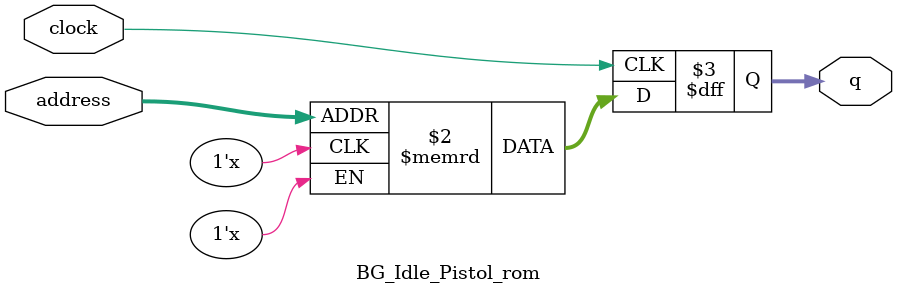
<source format=sv>
module BG_Idle_Pistol_rom (
	input logic clock,
	input logic [18:0] address,
	output logic [3:0] q
);

logic [3:0] memory [0:307199] /* synthesis ram_init_file = "./BG_Idle_Pistol/BG_Idle_Pistol.mif" */;

always_ff @ (posedge clock) begin
	q <= memory[address];
end

endmodule

</source>
